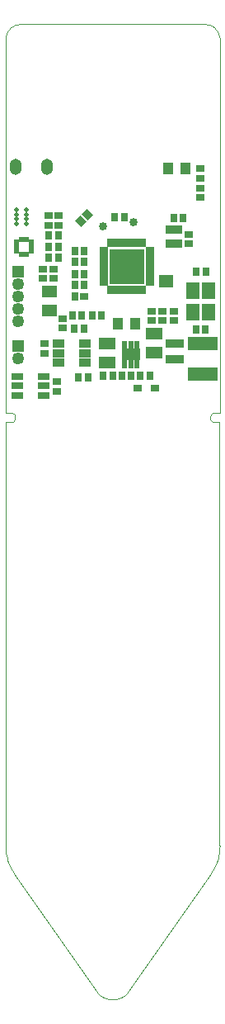
<source format=gts>
G04*
G04 #@! TF.GenerationSoftware,Altium Limited,Altium Designer,19.0.15 (446)*
G04*
G04 Layer_Color=8388736*
%FSLAX25Y25*%
%MOIN*%
G70*
G01*
G75*
%ADD16C,0.00050*%
%ADD17R,0.14386X0.14386*%
%ADD18R,0.01984X0.03756*%
%ADD19R,0.03756X0.01984*%
%ADD20R,0.04937X0.02969*%
%ADD21C,0.02024*%
%ADD22R,0.01984X0.02772*%
%ADD23R,0.05528X0.06512*%
%ADD24R,0.06512X0.03756*%
%ADD25R,0.02969X0.03362*%
%ADD26R,0.03362X0.02969*%
%ADD27R,0.03835X0.04701*%
%ADD28R,0.03126X0.03520*%
%ADD29R,0.03520X0.03126*%
%ADD30R,0.06472X0.04543*%
%ADD31R,0.02083X0.02083*%
%ADD32R,0.12024X0.05528*%
%ADD33R,0.06512X0.04543*%
%ADD34R,0.07693X0.03756*%
%ADD35R,0.07299X0.04504*%
%ADD36R,0.02181X0.03756*%
%ADD37R,0.04937X0.03362*%
%ADD38R,0.03362X0.02575*%
G04:AMPARAMS|DCode=39|XSize=33.62mil|YSize=29.69mil|CornerRadius=0mil|HoleSize=0mil|Usage=FLASHONLY|Rotation=315.000|XOffset=0mil|YOffset=0mil|HoleType=Round|Shape=Rectangle|*
%AMROTATEDRECTD39*
4,1,4,-0.02238,0.00139,-0.00139,0.02238,0.02238,-0.00139,0.00139,-0.02238,-0.02238,0.00139,0.0*
%
%ADD39ROTATEDRECTD39*%

%ADD40R,0.04937X0.04937*%
%ADD41C,0.04937*%
%ADD42O,0.04937X0.06512*%
%ADD43C,0.03362*%
D16*
X86639Y387820D02*
X86550Y388846D01*
X86283Y389840D01*
X85848Y390773D01*
X85258Y391616D01*
X84530Y392344D01*
X83686Y392935D01*
X82753Y393370D01*
X81759Y393636D01*
X80734Y393726D01*
X5931D02*
X4905Y393636D01*
X3911Y393370D01*
X2978Y392935D01*
X2135Y392344D01*
X1407Y391616D01*
X816Y390773D01*
X381Y389840D01*
X115Y388846D01*
X25Y387820D01*
Y62227D02*
X51Y61225D01*
X127Y60226D01*
X254Y59232D01*
X432Y58246D01*
X659Y57270D01*
X936Y56307D01*
X1262Y55360D01*
X1635Y54430D01*
X2055Y53520D01*
X2521Y52633D01*
X3031Y51771D01*
X3585Y50936D01*
X36882Y3383D02*
X37511Y2596D01*
X38236Y1897D01*
X39044Y1295D01*
X39922Y802D01*
X40855Y425D01*
X41830Y170D01*
X42829Y41D01*
X43836D01*
X44835Y170D01*
X45809Y425D01*
X46743Y802D01*
X47621Y1295D01*
X48428Y1897D01*
X49153Y2596D01*
X49782Y3383D01*
X83079Y50936D02*
X83633Y51771D01*
X84143Y52633D01*
X84609Y53520D01*
X85029Y54430D01*
X85403Y55360D01*
X85728Y56307D01*
X86005Y57270D01*
X86233Y58246D01*
X86410Y59232D01*
X86537Y60226D01*
X86614Y61225D01*
X86639Y62227D01*
X84696Y237000D02*
X83704Y236748D01*
X82973Y236032D01*
X82700Y235045D01*
X82959Y234055D01*
X83680Y233329D01*
X84668Y233063D01*
X2000D02*
X2988Y233329D01*
X3709Y234055D01*
X3968Y235045D01*
X3696Y236032D01*
X2965Y236748D01*
X1973Y237000D01*
X5931Y393726D02*
X80734D01*
X3585Y50936D02*
X36882Y3383D01*
X49782D02*
X83079Y50936D01*
X86639Y237000D02*
X86639Y387820D01*
X84668Y233063D02*
X86637D01*
X84696Y237000D02*
X86664D01*
X86637Y62227D02*
X86637Y233063D01*
X25D02*
X25Y62227D01*
X4Y237000D02*
X1973D01*
X0Y233063D02*
X1969D01*
X4Y387820D02*
X4Y237000D01*
D17*
X49000Y296000D02*
D03*
D18*
X55890Y286650D02*
D03*
X53921D02*
D03*
X51953D02*
D03*
X49984D02*
D03*
X48016D02*
D03*
X46047D02*
D03*
X44079D02*
D03*
X42110D02*
D03*
Y305350D02*
D03*
X44079D02*
D03*
X46047D02*
D03*
X48016D02*
D03*
X49984D02*
D03*
X51953D02*
D03*
X53921D02*
D03*
X55890D02*
D03*
D19*
X39650Y289110D02*
D03*
Y291079D02*
D03*
Y293047D02*
D03*
Y295016D02*
D03*
Y296984D02*
D03*
Y298953D02*
D03*
Y300921D02*
D03*
Y302890D02*
D03*
X58350D02*
D03*
Y300921D02*
D03*
Y298953D02*
D03*
Y296984D02*
D03*
Y295016D02*
D03*
Y293047D02*
D03*
Y291079D02*
D03*
Y289110D02*
D03*
D20*
X4932Y251425D02*
D03*
Y247685D02*
D03*
Y243945D02*
D03*
X15561Y251425D02*
D03*
Y247685D02*
D03*
Y243945D02*
D03*
D21*
X8369Y313047D02*
D03*
X4431D02*
D03*
X8369Y315016D02*
D03*
X4431D02*
D03*
X8369Y316984D02*
D03*
X4431D02*
D03*
X8369Y318953D02*
D03*
X4431D02*
D03*
D22*
X66969Y288720D02*
D03*
X63032Y288720D02*
D03*
X65000D02*
D03*
Y291280D02*
D03*
X63032D02*
D03*
X66969Y291280D02*
D03*
D23*
X82150Y286331D02*
D03*
X75850D02*
D03*
X82150Y277669D02*
D03*
X75850D02*
D03*
D24*
X68000Y305047D02*
D03*
Y310953D02*
D03*
D25*
X38969Y276100D02*
D03*
X35032D02*
D03*
X30968D02*
D03*
X27031D02*
D03*
X31769Y270800D02*
D03*
X27832D02*
D03*
X28032Y284000D02*
D03*
X50968Y251900D02*
D03*
X47032D02*
D03*
X43569D02*
D03*
X39632D02*
D03*
X58469D02*
D03*
X54532D02*
D03*
D26*
X19500Y294969D02*
D03*
Y291032D02*
D03*
X15000Y291032D02*
D03*
Y294969D02*
D03*
X21500Y312531D02*
D03*
Y316469D02*
D03*
X17500Y312531D02*
D03*
Y316469D02*
D03*
X31969Y284000D02*
D03*
X20900Y245632D02*
D03*
Y249569D02*
D03*
X78700Y327668D02*
D03*
Y323731D02*
D03*
D27*
X72725Y335400D02*
D03*
X65875D02*
D03*
X45575Y272700D02*
D03*
X52425D02*
D03*
D28*
X31969Y302300D02*
D03*
X28032D02*
D03*
X48068Y315700D02*
D03*
X44131D02*
D03*
X21468Y304000D02*
D03*
X17531D02*
D03*
X21468Y299500D02*
D03*
X17531D02*
D03*
X28032Y293000D02*
D03*
X31969D02*
D03*
X28032Y297800D02*
D03*
X31969D02*
D03*
X31969Y288500D02*
D03*
X28032D02*
D03*
X77031Y270600D02*
D03*
X80968D02*
D03*
X81000Y294000D02*
D03*
X77063D02*
D03*
X17531Y308500D02*
D03*
X21468D02*
D03*
X71969Y315500D02*
D03*
X68032D02*
D03*
X29531Y251300D02*
D03*
X33468D02*
D03*
D29*
X23000Y274969D02*
D03*
Y271031D02*
D03*
X68000Y274031D02*
D03*
Y277969D02*
D03*
X63500Y274031D02*
D03*
Y277969D02*
D03*
X59000Y274031D02*
D03*
Y277969D02*
D03*
X15700Y260931D02*
D03*
Y264868D02*
D03*
X74000Y308968D02*
D03*
Y305031D02*
D03*
X78700Y335400D02*
D03*
Y331463D02*
D03*
D30*
X17800Y278142D02*
D03*
Y285858D02*
D03*
D31*
X4447Y305968D02*
D03*
X6416Y307002D02*
D03*
X8384D02*
D03*
X10353Y305968D02*
D03*
X4447Y304000D02*
D03*
X10353D02*
D03*
X4447Y302031D02*
D03*
X6416Y300998D02*
D03*
X8384D02*
D03*
X10353Y302031D02*
D03*
D32*
X79700Y264901D02*
D03*
Y252499D02*
D03*
D33*
X60000Y268739D02*
D03*
Y261061D02*
D03*
X41000Y264739D02*
D03*
Y257061D02*
D03*
D34*
X68500Y264850D02*
D03*
Y258550D02*
D03*
D35*
X50663Y260400D02*
D03*
D36*
X48104Y256483D02*
D03*
X50663D02*
D03*
X53222D02*
D03*
X48104Y264317D02*
D03*
X50663D02*
D03*
X53222D02*
D03*
D37*
X32213Y264740D02*
D03*
Y257260D02*
D03*
X21387D02*
D03*
Y261000D02*
D03*
Y264740D02*
D03*
X32213Y261000D02*
D03*
D38*
X60443Y247000D02*
D03*
X53357Y247000D02*
D03*
D39*
X30408Y314108D02*
D03*
X33192Y316892D02*
D03*
D40*
X5000Y264000D02*
D03*
Y294000D02*
D03*
D41*
Y259000D02*
D03*
Y274000D02*
D03*
Y279000D02*
D03*
Y284000D02*
D03*
Y289000D02*
D03*
D42*
X4101Y336300D02*
D03*
X16699D02*
D03*
D43*
X44669Y300331D02*
D03*
X49000D02*
D03*
X53331D02*
D03*
X44669Y296000D02*
D03*
X49000D02*
D03*
X53331D02*
D03*
X44669Y291669D02*
D03*
X49000D02*
D03*
X53331D02*
D03*
X51886Y313800D02*
D03*
X39400Y312200D02*
D03*
M02*

</source>
